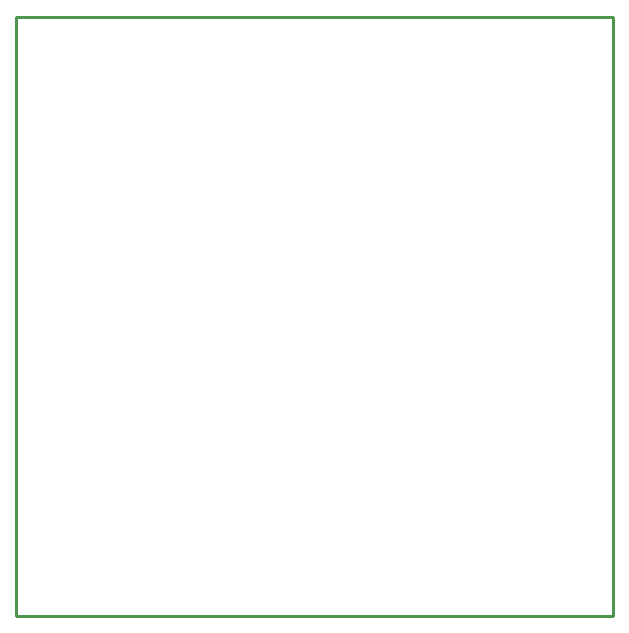
<source format=gbr>
G04 EAGLE Gerber RS-274X export*
G75*
%MOMM*%
%FSLAX34Y34*%
%LPD*%
%IN*%
%IPPOS*%
%AMOC8*
5,1,8,0,0,1.08239X$1,22.5*%
G01*
%ADD10C,0.254000*%


D10*
X0Y0D02*
X504700Y0D01*
X504700Y507900D01*
X0Y507900D01*
X0Y0D01*
M02*

</source>
